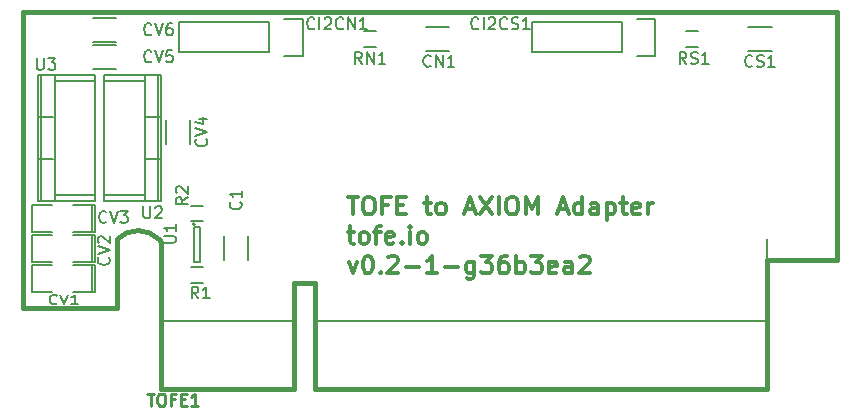
<source format=gto>
G04 #@! TF.FileFunction,Legend,Top*
%FSLAX46Y46*%
G04 Gerber Fmt 4.6, Leading zero omitted, Abs format (unit mm)*
G04 Created by KiCad (PCBNEW 4.0.2+e4-6225~38~ubuntu14.04.1-stable) date Mon Aug  1 22:56:21 2016*
%MOMM*%
G01*
G04 APERTURE LIST*
%ADD10C,0.350000*%
%ADD11C,0.375000*%
%ADD12C,0.381000*%
%ADD13C,0.150000*%
%ADD14C,0.200000*%
%ADD15C,0.254000*%
G04 APERTURE END LIST*
D10*
D11*
X23214286Y-7928571D02*
X23571429Y-8928571D01*
X23928571Y-7928571D01*
X24785714Y-7428571D02*
X24928571Y-7428571D01*
X25071428Y-7500000D01*
X25142857Y-7571429D01*
X25214286Y-7714286D01*
X25285714Y-8000000D01*
X25285714Y-8357143D01*
X25214286Y-8642857D01*
X25142857Y-8785714D01*
X25071428Y-8857143D01*
X24928571Y-8928571D01*
X24785714Y-8928571D01*
X24642857Y-8857143D01*
X24571428Y-8785714D01*
X24500000Y-8642857D01*
X24428571Y-8357143D01*
X24428571Y-8000000D01*
X24500000Y-7714286D01*
X24571428Y-7571429D01*
X24642857Y-7500000D01*
X24785714Y-7428571D01*
X25928571Y-8785714D02*
X25999999Y-8857143D01*
X25928571Y-8928571D01*
X25857142Y-8857143D01*
X25928571Y-8785714D01*
X25928571Y-8928571D01*
X26571428Y-7571429D02*
X26642857Y-7500000D01*
X26785714Y-7428571D01*
X27142857Y-7428571D01*
X27285714Y-7500000D01*
X27357143Y-7571429D01*
X27428571Y-7714286D01*
X27428571Y-7857143D01*
X27357143Y-8071429D01*
X26500000Y-8928571D01*
X27428571Y-8928571D01*
X28071428Y-8357143D02*
X29214285Y-8357143D01*
X30714285Y-8928571D02*
X29857142Y-8928571D01*
X30285714Y-8928571D02*
X30285714Y-7428571D01*
X30142857Y-7642857D01*
X29999999Y-7785714D01*
X29857142Y-7857143D01*
X31357142Y-8357143D02*
X32499999Y-8357143D01*
X33857142Y-7928571D02*
X33857142Y-9142857D01*
X33785713Y-9285714D01*
X33714285Y-9357143D01*
X33571428Y-9428571D01*
X33357142Y-9428571D01*
X33214285Y-9357143D01*
X33857142Y-8857143D02*
X33714285Y-8928571D01*
X33428571Y-8928571D01*
X33285713Y-8857143D01*
X33214285Y-8785714D01*
X33142856Y-8642857D01*
X33142856Y-8214286D01*
X33214285Y-8071429D01*
X33285713Y-8000000D01*
X33428571Y-7928571D01*
X33714285Y-7928571D01*
X33857142Y-8000000D01*
X34428571Y-7428571D02*
X35357142Y-7428571D01*
X34857142Y-8000000D01*
X35071428Y-8000000D01*
X35214285Y-8071429D01*
X35285714Y-8142857D01*
X35357142Y-8285714D01*
X35357142Y-8642857D01*
X35285714Y-8785714D01*
X35214285Y-8857143D01*
X35071428Y-8928571D01*
X34642856Y-8928571D01*
X34499999Y-8857143D01*
X34428571Y-8785714D01*
X36642856Y-7428571D02*
X36357142Y-7428571D01*
X36214285Y-7500000D01*
X36142856Y-7571429D01*
X35999999Y-7785714D01*
X35928570Y-8071429D01*
X35928570Y-8642857D01*
X35999999Y-8785714D01*
X36071427Y-8857143D01*
X36214285Y-8928571D01*
X36499999Y-8928571D01*
X36642856Y-8857143D01*
X36714285Y-8785714D01*
X36785713Y-8642857D01*
X36785713Y-8285714D01*
X36714285Y-8142857D01*
X36642856Y-8071429D01*
X36499999Y-8000000D01*
X36214285Y-8000000D01*
X36071427Y-8071429D01*
X35999999Y-8142857D01*
X35928570Y-8285714D01*
X37428570Y-8928571D02*
X37428570Y-7428571D01*
X37428570Y-8000000D02*
X37571427Y-7928571D01*
X37857141Y-7928571D01*
X37999998Y-8000000D01*
X38071427Y-8071429D01*
X38142856Y-8214286D01*
X38142856Y-8642857D01*
X38071427Y-8785714D01*
X37999998Y-8857143D01*
X37857141Y-8928571D01*
X37571427Y-8928571D01*
X37428570Y-8857143D01*
X38642856Y-7428571D02*
X39571427Y-7428571D01*
X39071427Y-8000000D01*
X39285713Y-8000000D01*
X39428570Y-8071429D01*
X39499999Y-8142857D01*
X39571427Y-8285714D01*
X39571427Y-8642857D01*
X39499999Y-8785714D01*
X39428570Y-8857143D01*
X39285713Y-8928571D01*
X38857141Y-8928571D01*
X38714284Y-8857143D01*
X38642856Y-8785714D01*
X40785712Y-8857143D02*
X40642855Y-8928571D01*
X40357141Y-8928571D01*
X40214284Y-8857143D01*
X40142855Y-8714286D01*
X40142855Y-8142857D01*
X40214284Y-8000000D01*
X40357141Y-7928571D01*
X40642855Y-7928571D01*
X40785712Y-8000000D01*
X40857141Y-8142857D01*
X40857141Y-8285714D01*
X40142855Y-8428571D01*
X42142855Y-8928571D02*
X42142855Y-8142857D01*
X42071426Y-8000000D01*
X41928569Y-7928571D01*
X41642855Y-7928571D01*
X41499998Y-8000000D01*
X42142855Y-8857143D02*
X41999998Y-8928571D01*
X41642855Y-8928571D01*
X41499998Y-8857143D01*
X41428569Y-8714286D01*
X41428569Y-8571429D01*
X41499998Y-8428571D01*
X41642855Y-8357143D01*
X41999998Y-8357143D01*
X42142855Y-8285714D01*
X42785712Y-7571429D02*
X42857141Y-7500000D01*
X42999998Y-7428571D01*
X43357141Y-7428571D01*
X43499998Y-7500000D01*
X43571427Y-7571429D01*
X43642855Y-7714286D01*
X43642855Y-7857143D01*
X43571427Y-8071429D01*
X42714284Y-8928571D01*
X43642855Y-8928571D01*
X23142857Y-2441071D02*
X24000000Y-2441071D01*
X23571429Y-3941071D02*
X23571429Y-2441071D01*
X24785714Y-2441071D02*
X25071428Y-2441071D01*
X25214286Y-2512500D01*
X25357143Y-2655357D01*
X25428571Y-2941071D01*
X25428571Y-3441071D01*
X25357143Y-3726786D01*
X25214286Y-3869643D01*
X25071428Y-3941071D01*
X24785714Y-3941071D01*
X24642857Y-3869643D01*
X24500000Y-3726786D01*
X24428571Y-3441071D01*
X24428571Y-2941071D01*
X24500000Y-2655357D01*
X24642857Y-2512500D01*
X24785714Y-2441071D01*
X26571429Y-3155357D02*
X26071429Y-3155357D01*
X26071429Y-3941071D02*
X26071429Y-2441071D01*
X26785715Y-2441071D01*
X27357143Y-3155357D02*
X27857143Y-3155357D01*
X28071429Y-3941071D02*
X27357143Y-3941071D01*
X27357143Y-2441071D01*
X28071429Y-2441071D01*
X29642857Y-2941071D02*
X30214286Y-2941071D01*
X29857143Y-2441071D02*
X29857143Y-3726786D01*
X29928571Y-3869643D01*
X30071429Y-3941071D01*
X30214286Y-3941071D01*
X30928572Y-3941071D02*
X30785714Y-3869643D01*
X30714286Y-3798214D01*
X30642857Y-3655357D01*
X30642857Y-3226786D01*
X30714286Y-3083929D01*
X30785714Y-3012500D01*
X30928572Y-2941071D01*
X31142857Y-2941071D01*
X31285714Y-3012500D01*
X31357143Y-3083929D01*
X31428572Y-3226786D01*
X31428572Y-3655357D01*
X31357143Y-3798214D01*
X31285714Y-3869643D01*
X31142857Y-3941071D01*
X30928572Y-3941071D01*
X33142857Y-3512500D02*
X33857143Y-3512500D01*
X33000000Y-3941071D02*
X33500000Y-2441071D01*
X34000000Y-3941071D01*
X34357143Y-2441071D02*
X35357143Y-3941071D01*
X35357143Y-2441071D02*
X34357143Y-3941071D01*
X35928571Y-3941071D02*
X35928571Y-2441071D01*
X36928571Y-2441071D02*
X37214285Y-2441071D01*
X37357143Y-2512500D01*
X37500000Y-2655357D01*
X37571428Y-2941071D01*
X37571428Y-3441071D01*
X37500000Y-3726786D01*
X37357143Y-3869643D01*
X37214285Y-3941071D01*
X36928571Y-3941071D01*
X36785714Y-3869643D01*
X36642857Y-3726786D01*
X36571428Y-3441071D01*
X36571428Y-2941071D01*
X36642857Y-2655357D01*
X36785714Y-2512500D01*
X36928571Y-2441071D01*
X38214286Y-3941071D02*
X38214286Y-2441071D01*
X38714286Y-3512500D01*
X39214286Y-2441071D01*
X39214286Y-3941071D01*
X41000000Y-3512500D02*
X41714286Y-3512500D01*
X40857143Y-3941071D02*
X41357143Y-2441071D01*
X41857143Y-3941071D01*
X43000000Y-3941071D02*
X43000000Y-2441071D01*
X43000000Y-3869643D02*
X42857143Y-3941071D01*
X42571429Y-3941071D01*
X42428571Y-3869643D01*
X42357143Y-3798214D01*
X42285714Y-3655357D01*
X42285714Y-3226786D01*
X42357143Y-3083929D01*
X42428571Y-3012500D01*
X42571429Y-2941071D01*
X42857143Y-2941071D01*
X43000000Y-3012500D01*
X44357143Y-3941071D02*
X44357143Y-3155357D01*
X44285714Y-3012500D01*
X44142857Y-2941071D01*
X43857143Y-2941071D01*
X43714286Y-3012500D01*
X44357143Y-3869643D02*
X44214286Y-3941071D01*
X43857143Y-3941071D01*
X43714286Y-3869643D01*
X43642857Y-3726786D01*
X43642857Y-3583929D01*
X43714286Y-3441071D01*
X43857143Y-3369643D01*
X44214286Y-3369643D01*
X44357143Y-3298214D01*
X45071429Y-2941071D02*
X45071429Y-4441071D01*
X45071429Y-3012500D02*
X45214286Y-2941071D01*
X45500000Y-2941071D01*
X45642857Y-3012500D01*
X45714286Y-3083929D01*
X45785715Y-3226786D01*
X45785715Y-3655357D01*
X45714286Y-3798214D01*
X45642857Y-3869643D01*
X45500000Y-3941071D01*
X45214286Y-3941071D01*
X45071429Y-3869643D01*
X46214286Y-2941071D02*
X46785715Y-2941071D01*
X46428572Y-2441071D02*
X46428572Y-3726786D01*
X46500000Y-3869643D01*
X46642858Y-3941071D01*
X46785715Y-3941071D01*
X47857143Y-3869643D02*
X47714286Y-3941071D01*
X47428572Y-3941071D01*
X47285715Y-3869643D01*
X47214286Y-3726786D01*
X47214286Y-3155357D01*
X47285715Y-3012500D01*
X47428572Y-2941071D01*
X47714286Y-2941071D01*
X47857143Y-3012500D01*
X47928572Y-3155357D01*
X47928572Y-3298214D01*
X47214286Y-3441071D01*
X48571429Y-3941071D02*
X48571429Y-2941071D01*
X48571429Y-3226786D02*
X48642857Y-3083929D01*
X48714286Y-3012500D01*
X48857143Y-2941071D01*
X49000000Y-2941071D01*
X23142857Y-5416071D02*
X23714286Y-5416071D01*
X23357143Y-4916071D02*
X23357143Y-6201786D01*
X23428571Y-6344643D01*
X23571429Y-6416071D01*
X23714286Y-6416071D01*
X24428572Y-6416071D02*
X24285714Y-6344643D01*
X24214286Y-6273214D01*
X24142857Y-6130357D01*
X24142857Y-5701786D01*
X24214286Y-5558929D01*
X24285714Y-5487500D01*
X24428572Y-5416071D01*
X24642857Y-5416071D01*
X24785714Y-5487500D01*
X24857143Y-5558929D01*
X24928572Y-5701786D01*
X24928572Y-6130357D01*
X24857143Y-6273214D01*
X24785714Y-6344643D01*
X24642857Y-6416071D01*
X24428572Y-6416071D01*
X25357143Y-5416071D02*
X25928572Y-5416071D01*
X25571429Y-6416071D02*
X25571429Y-5130357D01*
X25642857Y-4987500D01*
X25785715Y-4916071D01*
X25928572Y-4916071D01*
X27000000Y-6344643D02*
X26857143Y-6416071D01*
X26571429Y-6416071D01*
X26428572Y-6344643D01*
X26357143Y-6201786D01*
X26357143Y-5630357D01*
X26428572Y-5487500D01*
X26571429Y-5416071D01*
X26857143Y-5416071D01*
X27000000Y-5487500D01*
X27071429Y-5630357D01*
X27071429Y-5773214D01*
X26357143Y-5916071D01*
X27714286Y-6273214D02*
X27785714Y-6344643D01*
X27714286Y-6416071D01*
X27642857Y-6344643D01*
X27714286Y-6273214D01*
X27714286Y-6416071D01*
X28428572Y-6416071D02*
X28428572Y-5416071D01*
X28428572Y-4916071D02*
X28357143Y-4987500D01*
X28428572Y-5058929D01*
X28500000Y-4987500D01*
X28428572Y-4916071D01*
X28428572Y-5058929D01*
X29357144Y-6416071D02*
X29214286Y-6344643D01*
X29142858Y-6273214D01*
X29071429Y-6130357D01*
X29071429Y-5701786D01*
X29142858Y-5558929D01*
X29214286Y-5487500D01*
X29357144Y-5416071D01*
X29571429Y-5416071D01*
X29714286Y-5487500D01*
X29785715Y-5558929D01*
X29857144Y-5701786D01*
X29857144Y-6130357D01*
X29785715Y-6273214D01*
X29714286Y-6344643D01*
X29571429Y-6416071D01*
X29357144Y-6416071D01*
D12*
X20376000Y-9732000D02*
X18626000Y-9732000D01*
X18626000Y-9732000D02*
X18626000Y-18732000D01*
X20376000Y-18732000D02*
X20376000Y-9732000D01*
X7376000Y-6259360D02*
X7126000Y-6009360D01*
X7376000Y-6302060D02*
X7376000Y-18732000D01*
X-4374000Y13169900D02*
X-4374000Y-11832000D01*
X3601720Y-6070600D02*
X3601720Y-11832000D01*
X3548380Y-11832000D02*
X-4374000Y-11832000D01*
X58623200Y-7832000D02*
X64541400Y-7832000D01*
X64538860Y13169900D02*
X-4374000Y13169900D01*
X64541400Y-7823200D02*
X64541400Y13169900D01*
X18626000Y-18732000D02*
X7376000Y-18732000D01*
X58626000Y-18732000D02*
X20376000Y-18732000D01*
X58626000Y-7832000D02*
X58626000Y-18732000D01*
X7171515Y-6055408D02*
G75*
G03X3641240Y-6024600I-1780275J-1719192D01*
G01*
D13*
X12681313Y-5777290D02*
X12681313Y-7777290D01*
X14731313Y-7777290D02*
X14731313Y-5777290D01*
X10904313Y-9738290D02*
X9904313Y-9738290D01*
X9904313Y-8388290D02*
X10904313Y-8388290D01*
X29734000Y9897000D02*
X31734000Y9897000D01*
X31734000Y11947000D02*
X29734000Y11947000D01*
X10904313Y-4531290D02*
X9904313Y-4531290D01*
X9904313Y-3181290D02*
X10904313Y-3181290D01*
X25519000Y10247000D02*
X24519000Y10247000D01*
X24519000Y11597000D02*
X25519000Y11597000D01*
X10204313Y-4773467D02*
G75*
G03X10204313Y-4773467I-100000J0D01*
G01*
X10654313Y-5023467D02*
X10154313Y-5023467D01*
X10654313Y-7923467D02*
X10654313Y-5023467D01*
X10154313Y-7923467D02*
X10654313Y-7923467D01*
X10154313Y-5023467D02*
X10154313Y-7923467D01*
X57039000Y9897000D02*
X59039000Y9897000D01*
X59039000Y11947000D02*
X57039000Y11947000D01*
X52824000Y10247000D02*
X51824000Y10247000D01*
X51824000Y11597000D02*
X52824000Y11597000D01*
X16510000Y12319000D02*
X8890000Y12319000D01*
X16510000Y9779000D02*
X8890000Y9779000D01*
X19330000Y9499000D02*
X17780000Y9499000D01*
X8890000Y12319000D02*
X8890000Y9779000D01*
X16510000Y9779000D02*
X16510000Y12319000D01*
X17780000Y12599000D02*
X19330000Y12599000D01*
X19330000Y12599000D02*
X19330000Y9499000D01*
X46355000Y12319000D02*
X38735000Y12319000D01*
X46355000Y9779000D02*
X38735000Y9779000D01*
X49175000Y9499000D02*
X47625000Y9499000D01*
X38735000Y12319000D02*
X38735000Y9779000D01*
X46355000Y9779000D02*
X46355000Y12319000D01*
X47625000Y12599000D02*
X49175000Y12599000D01*
X49175000Y12599000D02*
X49175000Y9499000D01*
X1524000Y-10541000D02*
X1778000Y-10541000D01*
X1778000Y-10541000D02*
X1778000Y-8255000D01*
X1778000Y-8255000D02*
X1524000Y-8255000D01*
X1524000Y-10541000D02*
X1524000Y-8255000D01*
X1524000Y-8255000D02*
X-127000Y-8255000D01*
X-1905000Y-10541000D02*
X-3556000Y-10541000D01*
X-3556000Y-10541000D02*
X-3556000Y-8255000D01*
X-3556000Y-8255000D02*
X-1905000Y-8255000D01*
X-127000Y-10541000D02*
X1524000Y-10541000D01*
X1524000Y-8001000D02*
X1778000Y-8001000D01*
X1778000Y-8001000D02*
X1778000Y-5715000D01*
X1778000Y-5715000D02*
X1524000Y-5715000D01*
X1524000Y-8001000D02*
X1524000Y-5715000D01*
X1524000Y-5715000D02*
X-127000Y-5715000D01*
X-1905000Y-8001000D02*
X-3556000Y-8001000D01*
X-3556000Y-8001000D02*
X-3556000Y-5715000D01*
X-3556000Y-5715000D02*
X-1905000Y-5715000D01*
X-127000Y-8001000D02*
X1524000Y-8001000D01*
X1524000Y-5461000D02*
X1778000Y-5461000D01*
X1778000Y-5461000D02*
X1778000Y-3175000D01*
X1778000Y-3175000D02*
X1524000Y-3175000D01*
X1524000Y-5461000D02*
X1524000Y-3175000D01*
X1524000Y-3175000D02*
X-127000Y-3175000D01*
X-1905000Y-5461000D02*
X-3556000Y-5461000D01*
X-3556000Y-5461000D02*
X-3556000Y-3175000D01*
X-3556000Y-3175000D02*
X-1905000Y-3175000D01*
X-127000Y-5461000D02*
X1524000Y-5461000D01*
X7738000Y4048000D02*
X7738000Y2048000D01*
X9788000Y2048000D02*
X9788000Y4048000D01*
X3540000Y10423000D02*
X1540000Y10423000D01*
X1540000Y8373000D02*
X3540000Y8373000D01*
X3540000Y12709000D02*
X1540000Y12709000D01*
X1540000Y10659000D02*
X3540000Y10659000D01*
X5969000Y-2286000D02*
X2540000Y-2286000D01*
X5969000Y7366000D02*
X2540000Y7366000D01*
X7112000Y-2794000D02*
X7112000Y7874000D01*
X6096000Y762000D02*
X7366000Y762000D01*
X6096000Y4318000D02*
X7366000Y4318000D01*
X5969000Y7874000D02*
X5969000Y-2794000D01*
X2540000Y-2794000D02*
X2540000Y7874000D01*
X7366000Y7874000D02*
X2540000Y7874000D01*
X7366000Y-2794000D02*
X2540000Y-2794000D01*
X7366000Y-2794000D02*
X7366000Y7874000D01*
X-1651000Y7366000D02*
X1778000Y7366000D01*
X-1651000Y-2286000D02*
X1778000Y-2286000D01*
X-2794000Y7874000D02*
X-2794000Y-2794000D01*
X-1778000Y4318000D02*
X-3048000Y4318000D01*
X-1778000Y762000D02*
X-3048000Y762000D01*
X-1651000Y-2794000D02*
X-1651000Y7874000D01*
X1778000Y7874000D02*
X1778000Y-2794000D01*
X-3048000Y-2794000D02*
X1778000Y-2794000D01*
X-3048000Y7874000D02*
X1778000Y7874000D01*
X-3048000Y7874000D02*
X-3048000Y-2794000D01*
D14*
X7374820Y-18731120D02*
X7374820Y-11731120D01*
X7374820Y-11731120D02*
X7374820Y-6231120D01*
X7374820Y-6231120D02*
X7124820Y-5981120D01*
X7124820Y-5981120D02*
G75*
G03X3624820Y-5981120I-1750000J-1750000D01*
G01*
X58624820Y-13481120D02*
X58624820Y-5981120D01*
X58624820Y-12981120D02*
X20374820Y-12981120D01*
X58624820Y-18731120D02*
X58624820Y-12981120D01*
X20374820Y-18731120D02*
X58624820Y-18731120D01*
X20374820Y-9731120D02*
X20374820Y-18731120D01*
X18624820Y-9731120D02*
X20374820Y-9731120D01*
X18624820Y-9731120D02*
X18624820Y-18731120D01*
X18624820Y-12981120D02*
X7374820Y-12981120D01*
X7374820Y-18731120D02*
X18624820Y-18731120D01*
D13*
X14063456Y-2879956D02*
X14111075Y-2927575D01*
X14158694Y-3070432D01*
X14158694Y-3165670D01*
X14111075Y-3308528D01*
X14015837Y-3403766D01*
X13920599Y-3451385D01*
X13730123Y-3499004D01*
X13587265Y-3499004D01*
X13396789Y-3451385D01*
X13301551Y-3403766D01*
X13206313Y-3308528D01*
X13158694Y-3165670D01*
X13158694Y-3070432D01*
X13206313Y-2927575D01*
X13253932Y-2879956D01*
X14158694Y-1927575D02*
X14158694Y-2499004D01*
X14158694Y-2213290D02*
X13158694Y-2213290D01*
X13301551Y-2308528D01*
X13396789Y-2403766D01*
X13444408Y-2499004D01*
X10491647Y-11039671D02*
X10158313Y-10563480D01*
X9920218Y-11039671D02*
X9920218Y-10039671D01*
X10301171Y-10039671D01*
X10396409Y-10087290D01*
X10444028Y-10134909D01*
X10491647Y-10230147D01*
X10491647Y-10373004D01*
X10444028Y-10468242D01*
X10396409Y-10515861D01*
X10301171Y-10563480D01*
X9920218Y-10563480D01*
X11444028Y-11039671D02*
X10872599Y-11039671D01*
X11158313Y-11039671D02*
X11158313Y-10039671D01*
X11063075Y-10182528D01*
X10967837Y-10277766D01*
X10872599Y-10325385D01*
X30170524Y8659857D02*
X30122905Y8612238D01*
X29980048Y8564619D01*
X29884810Y8564619D01*
X29741952Y8612238D01*
X29646714Y8707476D01*
X29599095Y8802714D01*
X29551476Y8993190D01*
X29551476Y9136048D01*
X29599095Y9326524D01*
X29646714Y9421762D01*
X29741952Y9517000D01*
X29884810Y9564619D01*
X29980048Y9564619D01*
X30122905Y9517000D01*
X30170524Y9469381D01*
X30599095Y8564619D02*
X30599095Y9564619D01*
X31170524Y8564619D01*
X31170524Y9564619D01*
X32170524Y8564619D02*
X31599095Y8564619D01*
X31884809Y8564619D02*
X31884809Y9564619D01*
X31789571Y9421762D01*
X31694333Y9326524D01*
X31599095Y9278905D01*
X9586694Y-2498956D02*
X9110503Y-2832290D01*
X9586694Y-3070385D02*
X8586694Y-3070385D01*
X8586694Y-2689432D01*
X8634313Y-2594194D01*
X8681932Y-2546575D01*
X8777170Y-2498956D01*
X8920027Y-2498956D01*
X9015265Y-2546575D01*
X9062884Y-2594194D01*
X9110503Y-2689432D01*
X9110503Y-3070385D01*
X8681932Y-2118004D02*
X8634313Y-2070385D01*
X8586694Y-1975147D01*
X8586694Y-1737051D01*
X8634313Y-1641813D01*
X8681932Y-1594194D01*
X8777170Y-1546575D01*
X8872408Y-1546575D01*
X9015265Y-1594194D01*
X9586694Y-2165623D01*
X9586694Y-1546575D01*
X24328524Y8818619D02*
X23995190Y9294810D01*
X23757095Y8818619D02*
X23757095Y9818619D01*
X24138048Y9818619D01*
X24233286Y9771000D01*
X24280905Y9723381D01*
X24328524Y9628143D01*
X24328524Y9485286D01*
X24280905Y9390048D01*
X24233286Y9342429D01*
X24138048Y9294810D01*
X23757095Y9294810D01*
X24757095Y8818619D02*
X24757095Y9818619D01*
X25328524Y8818619D01*
X25328524Y9818619D01*
X26328524Y8818619D02*
X25757095Y8818619D01*
X26042809Y8818619D02*
X26042809Y9818619D01*
X25947571Y9675762D01*
X25852333Y9580524D01*
X25757095Y9532905D01*
X7580381Y-6349905D02*
X8389905Y-6349905D01*
X8485143Y-6302286D01*
X8532762Y-6254667D01*
X8580381Y-6159429D01*
X8580381Y-5968952D01*
X8532762Y-5873714D01*
X8485143Y-5826095D01*
X8389905Y-5778476D01*
X7580381Y-5778476D01*
X8580381Y-4778476D02*
X8580381Y-5349905D01*
X8580381Y-5064191D02*
X7580381Y-5064191D01*
X7723238Y-5159429D01*
X7818476Y-5254667D01*
X7866095Y-5349905D01*
X57396143Y8659857D02*
X57348524Y8612238D01*
X57205667Y8564619D01*
X57110429Y8564619D01*
X56967571Y8612238D01*
X56872333Y8707476D01*
X56824714Y8802714D01*
X56777095Y8993190D01*
X56777095Y9136048D01*
X56824714Y9326524D01*
X56872333Y9421762D01*
X56967571Y9517000D01*
X57110429Y9564619D01*
X57205667Y9564619D01*
X57348524Y9517000D01*
X57396143Y9469381D01*
X57777095Y8612238D02*
X57919952Y8564619D01*
X58158048Y8564619D01*
X58253286Y8612238D01*
X58300905Y8659857D01*
X58348524Y8755095D01*
X58348524Y8850333D01*
X58300905Y8945571D01*
X58253286Y8993190D01*
X58158048Y9040810D01*
X57967571Y9088429D01*
X57872333Y9136048D01*
X57824714Y9183667D01*
X57777095Y9278905D01*
X57777095Y9374143D01*
X57824714Y9469381D01*
X57872333Y9517000D01*
X57967571Y9564619D01*
X58205667Y9564619D01*
X58348524Y9517000D01*
X59300905Y8564619D02*
X58729476Y8564619D01*
X59015190Y8564619D02*
X59015190Y9564619D01*
X58919952Y9421762D01*
X58824714Y9326524D01*
X58729476Y9278905D01*
X51808143Y8818619D02*
X51474809Y9294810D01*
X51236714Y8818619D02*
X51236714Y9818619D01*
X51617667Y9818619D01*
X51712905Y9771000D01*
X51760524Y9723381D01*
X51808143Y9628143D01*
X51808143Y9485286D01*
X51760524Y9390048D01*
X51712905Y9342429D01*
X51617667Y9294810D01*
X51236714Y9294810D01*
X52189095Y8866238D02*
X52331952Y8818619D01*
X52570048Y8818619D01*
X52665286Y8866238D01*
X52712905Y8913857D01*
X52760524Y9009095D01*
X52760524Y9104333D01*
X52712905Y9199571D01*
X52665286Y9247190D01*
X52570048Y9294810D01*
X52379571Y9342429D01*
X52284333Y9390048D01*
X52236714Y9437667D01*
X52189095Y9532905D01*
X52189095Y9628143D01*
X52236714Y9723381D01*
X52284333Y9771000D01*
X52379571Y9818619D01*
X52617667Y9818619D01*
X52760524Y9771000D01*
X53712905Y8818619D02*
X53141476Y8818619D01*
X53427190Y8818619D02*
X53427190Y9818619D01*
X53331952Y9675762D01*
X53236714Y9580524D01*
X53141476Y9532905D01*
X20320239Y11834857D02*
X20272620Y11787238D01*
X20129763Y11739619D01*
X20034525Y11739619D01*
X19891667Y11787238D01*
X19796429Y11882476D01*
X19748810Y11977714D01*
X19701191Y12168190D01*
X19701191Y12311048D01*
X19748810Y12501524D01*
X19796429Y12596762D01*
X19891667Y12692000D01*
X20034525Y12739619D01*
X20129763Y12739619D01*
X20272620Y12692000D01*
X20320239Y12644381D01*
X20748810Y11739619D02*
X20748810Y12739619D01*
X21177381Y12644381D02*
X21225000Y12692000D01*
X21320238Y12739619D01*
X21558334Y12739619D01*
X21653572Y12692000D01*
X21701191Y12644381D01*
X21748810Y12549143D01*
X21748810Y12453905D01*
X21701191Y12311048D01*
X21129762Y11739619D01*
X21748810Y11739619D01*
X22748810Y11834857D02*
X22701191Y11787238D01*
X22558334Y11739619D01*
X22463096Y11739619D01*
X22320238Y11787238D01*
X22225000Y11882476D01*
X22177381Y11977714D01*
X22129762Y12168190D01*
X22129762Y12311048D01*
X22177381Y12501524D01*
X22225000Y12596762D01*
X22320238Y12692000D01*
X22463096Y12739619D01*
X22558334Y12739619D01*
X22701191Y12692000D01*
X22748810Y12644381D01*
X23177381Y11739619D02*
X23177381Y12739619D01*
X23748810Y11739619D01*
X23748810Y12739619D01*
X24748810Y11739619D02*
X24177381Y11739619D01*
X24463095Y11739619D02*
X24463095Y12739619D01*
X24367857Y12596762D01*
X24272619Y12501524D01*
X24177381Y12453905D01*
X34210858Y11834857D02*
X34163239Y11787238D01*
X34020382Y11739619D01*
X33925144Y11739619D01*
X33782286Y11787238D01*
X33687048Y11882476D01*
X33639429Y11977714D01*
X33591810Y12168190D01*
X33591810Y12311048D01*
X33639429Y12501524D01*
X33687048Y12596762D01*
X33782286Y12692000D01*
X33925144Y12739619D01*
X34020382Y12739619D01*
X34163239Y12692000D01*
X34210858Y12644381D01*
X34639429Y11739619D02*
X34639429Y12739619D01*
X35068000Y12644381D02*
X35115619Y12692000D01*
X35210857Y12739619D01*
X35448953Y12739619D01*
X35544191Y12692000D01*
X35591810Y12644381D01*
X35639429Y12549143D01*
X35639429Y12453905D01*
X35591810Y12311048D01*
X35020381Y11739619D01*
X35639429Y11739619D01*
X36639429Y11834857D02*
X36591810Y11787238D01*
X36448953Y11739619D01*
X36353715Y11739619D01*
X36210857Y11787238D01*
X36115619Y11882476D01*
X36068000Y11977714D01*
X36020381Y12168190D01*
X36020381Y12311048D01*
X36068000Y12501524D01*
X36115619Y12596762D01*
X36210857Y12692000D01*
X36353715Y12739619D01*
X36448953Y12739619D01*
X36591810Y12692000D01*
X36639429Y12644381D01*
X37020381Y11787238D02*
X37163238Y11739619D01*
X37401334Y11739619D01*
X37496572Y11787238D01*
X37544191Y11834857D01*
X37591810Y11930095D01*
X37591810Y12025333D01*
X37544191Y12120571D01*
X37496572Y12168190D01*
X37401334Y12215810D01*
X37210857Y12263429D01*
X37115619Y12311048D01*
X37068000Y12358667D01*
X37020381Y12453905D01*
X37020381Y12549143D01*
X37068000Y12644381D01*
X37115619Y12692000D01*
X37210857Y12739619D01*
X37448953Y12739619D01*
X37591810Y12692000D01*
X38544191Y11739619D02*
X37972762Y11739619D01*
X38258476Y11739619D02*
X38258476Y12739619D01*
X38163238Y12596762D01*
X38068000Y12501524D01*
X37972762Y12453905D01*
X-1484238Y-11461714D02*
X-1531857Y-11499810D01*
X-1674714Y-11537905D01*
X-1769952Y-11537905D01*
X-1912810Y-11499810D01*
X-2008048Y-11423619D01*
X-2055667Y-11347429D01*
X-2103286Y-11195048D01*
X-2103286Y-11080762D01*
X-2055667Y-10928381D01*
X-2008048Y-10852190D01*
X-1912810Y-10776000D01*
X-1769952Y-10737905D01*
X-1674714Y-10737905D01*
X-1531857Y-10776000D01*
X-1484238Y-10814095D01*
X-1198524Y-10737905D02*
X-865191Y-11537905D01*
X-531857Y-10737905D01*
X325286Y-11537905D02*
X-246143Y-11537905D01*
X39571Y-11537905D02*
X39571Y-10737905D01*
X-55667Y-10852190D01*
X-150905Y-10928381D01*
X-246143Y-10966476D01*
X2897143Y-7580238D02*
X2944762Y-7627857D01*
X2992381Y-7770714D01*
X2992381Y-7865952D01*
X2944762Y-8008810D01*
X2849524Y-8104048D01*
X2754286Y-8151667D01*
X2563810Y-8199286D01*
X2420952Y-8199286D01*
X2230476Y-8151667D01*
X2135238Y-8104048D01*
X2040000Y-8008810D01*
X1992381Y-7865952D01*
X1992381Y-7770714D01*
X2040000Y-7627857D01*
X2087619Y-7580238D01*
X1992381Y-7294524D02*
X2992381Y-6961191D01*
X1992381Y-6627857D01*
X2087619Y-6342143D02*
X2040000Y-6294524D01*
X1992381Y-6199286D01*
X1992381Y-5961190D01*
X2040000Y-5865952D01*
X2087619Y-5818333D01*
X2182857Y-5770714D01*
X2278095Y-5770714D01*
X2420952Y-5818333D01*
X2992381Y-6389762D01*
X2992381Y-5770714D01*
X2706762Y-4548143D02*
X2659143Y-4595762D01*
X2516286Y-4643381D01*
X2421048Y-4643381D01*
X2278190Y-4595762D01*
X2182952Y-4500524D01*
X2135333Y-4405286D01*
X2087714Y-4214810D01*
X2087714Y-4071952D01*
X2135333Y-3881476D01*
X2182952Y-3786238D01*
X2278190Y-3691000D01*
X2421048Y-3643381D01*
X2516286Y-3643381D01*
X2659143Y-3691000D01*
X2706762Y-3738619D01*
X2992476Y-3643381D02*
X3325809Y-4643381D01*
X3659143Y-3643381D01*
X3897238Y-3643381D02*
X4516286Y-3643381D01*
X4182952Y-4024333D01*
X4325810Y-4024333D01*
X4421048Y-4071952D01*
X4468667Y-4119571D01*
X4516286Y-4214810D01*
X4516286Y-4452905D01*
X4468667Y-4548143D01*
X4421048Y-4595762D01*
X4325810Y-4643381D01*
X4040095Y-4643381D01*
X3944857Y-4595762D01*
X3897238Y-4548143D01*
X11152143Y2452762D02*
X11199762Y2405143D01*
X11247381Y2262286D01*
X11247381Y2167048D01*
X11199762Y2024190D01*
X11104524Y1928952D01*
X11009286Y1881333D01*
X10818810Y1833714D01*
X10675952Y1833714D01*
X10485476Y1881333D01*
X10390238Y1928952D01*
X10295000Y2024190D01*
X10247381Y2167048D01*
X10247381Y2262286D01*
X10295000Y2405143D01*
X10342619Y2452762D01*
X10247381Y2738476D02*
X11247381Y3071809D01*
X10247381Y3405143D01*
X10580714Y4167048D02*
X11247381Y4167048D01*
X10199762Y3928952D02*
X10914048Y3690857D01*
X10914048Y4309905D01*
X6516762Y9040857D02*
X6469143Y8993238D01*
X6326286Y8945619D01*
X6231048Y8945619D01*
X6088190Y8993238D01*
X5992952Y9088476D01*
X5945333Y9183714D01*
X5897714Y9374190D01*
X5897714Y9517048D01*
X5945333Y9707524D01*
X5992952Y9802762D01*
X6088190Y9898000D01*
X6231048Y9945619D01*
X6326286Y9945619D01*
X6469143Y9898000D01*
X6516762Y9850381D01*
X6802476Y9945619D02*
X7135809Y8945619D01*
X7469143Y9945619D01*
X8278667Y9945619D02*
X7802476Y9945619D01*
X7754857Y9469429D01*
X7802476Y9517048D01*
X7897714Y9564667D01*
X8135810Y9564667D01*
X8231048Y9517048D01*
X8278667Y9469429D01*
X8326286Y9374190D01*
X8326286Y9136095D01*
X8278667Y9040857D01*
X8231048Y8993238D01*
X8135810Y8945619D01*
X7897714Y8945619D01*
X7802476Y8993238D01*
X7754857Y9040857D01*
X6516762Y11326857D02*
X6469143Y11279238D01*
X6326286Y11231619D01*
X6231048Y11231619D01*
X6088190Y11279238D01*
X5992952Y11374476D01*
X5945333Y11469714D01*
X5897714Y11660190D01*
X5897714Y11803048D01*
X5945333Y11993524D01*
X5992952Y12088762D01*
X6088190Y12184000D01*
X6231048Y12231619D01*
X6326286Y12231619D01*
X6469143Y12184000D01*
X6516762Y12136381D01*
X6802476Y12231619D02*
X7135809Y11231619D01*
X7469143Y12231619D01*
X8231048Y12231619D02*
X8040571Y12231619D01*
X7945333Y12184000D01*
X7897714Y12136381D01*
X7802476Y11993524D01*
X7754857Y11803048D01*
X7754857Y11422095D01*
X7802476Y11326857D01*
X7850095Y11279238D01*
X7945333Y11231619D01*
X8135810Y11231619D01*
X8231048Y11279238D01*
X8278667Y11326857D01*
X8326286Y11422095D01*
X8326286Y11660190D01*
X8278667Y11755429D01*
X8231048Y11803048D01*
X8135810Y11850667D01*
X7945333Y11850667D01*
X7850095Y11803048D01*
X7802476Y11755429D01*
X7754857Y11660190D01*
X5842095Y-3262381D02*
X5842095Y-4071905D01*
X5889714Y-4167143D01*
X5937333Y-4214762D01*
X6032571Y-4262381D01*
X6223048Y-4262381D01*
X6318286Y-4214762D01*
X6365905Y-4167143D01*
X6413524Y-4071905D01*
X6413524Y-3262381D01*
X6842095Y-3357619D02*
X6889714Y-3310000D01*
X6984952Y-3262381D01*
X7223048Y-3262381D01*
X7318286Y-3310000D01*
X7365905Y-3357619D01*
X7413524Y-3452857D01*
X7413524Y-3548095D01*
X7365905Y-3690952D01*
X6794476Y-4262381D01*
X7413524Y-4262381D01*
X-3174905Y9310619D02*
X-3174905Y8501095D01*
X-3127286Y8405857D01*
X-3079667Y8358238D01*
X-2984429Y8310619D01*
X-2793952Y8310619D01*
X-2698714Y8358238D01*
X-2651095Y8405857D01*
X-2603476Y8501095D01*
X-2603476Y9310619D01*
X-2222524Y9310619D02*
X-1603476Y9310619D01*
X-1936810Y8929667D01*
X-1793952Y8929667D01*
X-1698714Y8882048D01*
X-1651095Y8834429D01*
X-1603476Y8739190D01*
X-1603476Y8501095D01*
X-1651095Y8405857D01*
X-1698714Y8358238D01*
X-1793952Y8310619D01*
X-2079667Y8310619D01*
X-2174905Y8358238D01*
X-2222524Y8405857D01*
D15*
X6155107Y-19102719D02*
X6735678Y-19102719D01*
X6445393Y-20118719D02*
X6445393Y-19102719D01*
X7267869Y-19102719D02*
X7461392Y-19102719D01*
X7558154Y-19151100D01*
X7654916Y-19247862D01*
X7703297Y-19441386D01*
X7703297Y-19780052D01*
X7654916Y-19973576D01*
X7558154Y-20070338D01*
X7461392Y-20118719D01*
X7267869Y-20118719D01*
X7171107Y-20070338D01*
X7074345Y-19973576D01*
X7025964Y-19780052D01*
X7025964Y-19441386D01*
X7074345Y-19247862D01*
X7171107Y-19151100D01*
X7267869Y-19102719D01*
X8477392Y-19586529D02*
X8138726Y-19586529D01*
X8138726Y-20118719D02*
X8138726Y-19102719D01*
X8622535Y-19102719D01*
X9009583Y-19586529D02*
X9348249Y-19586529D01*
X9493392Y-20118719D02*
X9009583Y-20118719D01*
X9009583Y-19102719D01*
X9493392Y-19102719D01*
X10461011Y-20118719D02*
X9880440Y-20118719D01*
X10170726Y-20118719D02*
X10170726Y-19102719D01*
X10073964Y-19247862D01*
X9977202Y-19344624D01*
X9880440Y-19393005D01*
M02*

</source>
